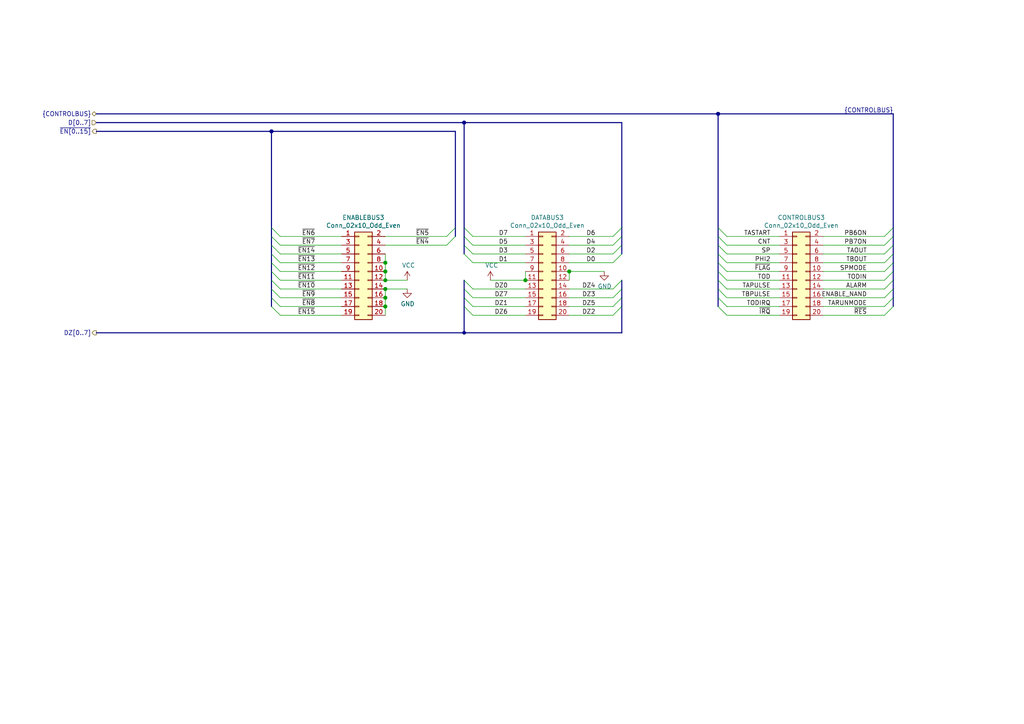
<source format=kicad_sch>
(kicad_sch (version 20211123) (generator eeschema)
  (paper "A4")
  (title_block (title "74HCT6526 Board 3") (date "2022-09-11") (rev "0.1"))
  (lib_symbols
    (symbol "Connector_Generic:Conn_02x10_Odd_Even" (pin_names (offset 1.016) hide)
      (property "Reference" "J" (at 1.27 12.7 0))
      (property "Value" "Conn_02x10_Odd_Even" (at 1.27 -15.24 0))
      (symbol "Conn_02x10_Odd_Even_1_1"
        (rectangle (start -1.27 -12.573) (end 0 -12.827) (stroke (width 0.1524)))
        (rectangle (start -1.27 -10.033) (end 0 -10.287) (stroke (width 0.1524)))
        (rectangle (start -1.27 -7.493) (end 0 -7.747) (stroke (width 0.1524)))
        (rectangle (start -1.27 -4.953) (end 0 -5.207) (stroke (width 0.1524)))
        (rectangle (start -1.27 -2.413) (end 0 -2.667) (stroke (width 0.1524)))
        (rectangle (start -1.27 0.127) (end 0 -0.127) (stroke (width 0.1524)))
        (rectangle (start -1.27 2.667) (end 0 2.413) (stroke (width 0.1524)))
        (rectangle (start -1.27 5.207) (end 0 4.953) (stroke (width 0.1524)))
        (rectangle (start -1.27 7.747) (end 0 7.493) (stroke (width 0.1524)))
        (rectangle (start -1.27 10.287) (end 0 10.033) (stroke (width 0.1524)))
        (rectangle (start -1.27 11.43) (end 3.81 -13.97) (stroke (width 0.254)) (fill (type background)))
        (rectangle (start 3.81 -12.573) (end 2.54 -12.827) (stroke (width 0.1524)))
        (rectangle (start 3.81 -10.033) (end 2.54 -10.287) (stroke (width 0.1524)))
        (rectangle (start 3.81 -7.493) (end 2.54 -7.747) (stroke (width 0.1524)))
        (rectangle (start 3.81 -4.953) (end 2.54 -5.207) (stroke (width 0.1524)))
        (rectangle (start 3.81 -2.413) (end 2.54 -2.667) (stroke (width 0.1524)))
        (rectangle (start 3.81 0.127) (end 2.54 -0.127) (stroke (width 0.1524)))
        (rectangle (start 3.81 2.667) (end 2.54 2.413) (stroke (width 0.1524)))
        (rectangle (start 3.81 5.207) (end 2.54 4.953) (stroke (width 0.1524)))
        (rectangle (start 3.81 7.747) (end 2.54 7.493) (stroke (width 0.1524)))
        (rectangle (start 3.81 10.287) (end 2.54 10.033) (stroke (width 0.1524)))
        (pin passive line (at -5.08 10.16 0) (length 3.81) (name "Pin_1") (number "1"))
        (pin passive line (at 7.62 0 180) (length 3.81) (name "Pin_10") (number "10"))
        (pin passive line (at -5.08 -2.54 0) (length 3.81) (name "Pin_11") (number "11"))
        (pin passive line (at 7.62 -2.54 180) (length 3.81) (name "Pin_12") (number "12"))
        (pin passive line (at -5.08 -5.08 0) (length 3.81) (name "Pin_13") (number "13"))
        (pin passive line (at 7.62 -5.08 180) (length 3.81) (name "Pin_14") (number "14"))
        (pin passive line (at -5.08 -7.62 0) (length 3.81) (name "Pin_15") (number "15"))
        (pin passive line (at 7.62 -7.62 180) (length 3.81) (name "Pin_16") (number "16"))
        (pin passive line (at -5.08 -10.16 0) (length 3.81) (name "Pin_17") (number "17"))
        (pin passive line (at 7.62 -10.16 180) (length 3.81) (name "Pin_18") (number "18"))
        (pin passive line (at -5.08 -12.7 0) (length 3.81) (name "Pin_19") (number "19"))
        (pin passive line (at 7.62 10.16 180) (length 3.81) (name "Pin_2") (number "2"))
        (pin passive line (at 7.62 -12.7 180) (length 3.81) (name "Pin_20") (number "20"))
        (pin passive line (at -5.08 7.62 0) (length 3.81) (name "Pin_3") (number "3"))
        (pin passive line (at 7.62 7.62 180) (length 3.81) (name "Pin_4") (number "4"))
        (pin passive line (at -5.08 5.08 0) (length 3.81) (name "Pin_5") (number "5"))
        (pin passive line (at 7.62 5.08 180) (length 3.81) (name "Pin_6") (number "6"))
        (pin passive line (at -5.08 2.54 0) (length 3.81) (name "Pin_7") (number "7"))
        (pin passive line (at 7.62 2.54 180) (length 3.81) (name "Pin_8") (number "8"))
        (pin passive line (at -5.08 0 0) (length 3.81) (name "Pin_9") (number "9"))
      )
    )
    (symbol "power:GND" (power) (pin_names (offset 0))
      (property "Value" "GND" (at 0 -3.81 0))
      (symbol "GND_0_1"
        (polyline (pts (xy 0 0) (xy 0 -1.27) (xy 1.27 -1.27) (xy 0 -2.54) (xy -1.27 -1.27) (xy 0 -1.27)))
      )
      (symbol "GND_1_1"
        (pin power_in line (at 0 0 270) (length 0) hide (name "GND") (number "1"))
      )
    )
    (symbol "power:VCC" (power) (pin_names (offset 0))
      (property "Value" "VCC" (at 0 3.81 0))
      (symbol "VCC_0_1"
        (polyline (pts (xy -0.762 1.27) (xy 0 2.54)))
        (polyline (pts (xy 0 0) (xy 0 2.54)))
        (polyline (pts (xy 0 2.54) (xy 0.762 1.27)))
      )
      (symbol "VCC_1_1"
        (pin power_in line (at 0 0 90) (length 0) hide (name "VCC") (number "1"))
      )
    )
  )
  (junction (at 111.76 83.82) (diameter 1.016))
  (junction (at 165.1 78.74) (diameter 1.016))
  (junction (at 152.4 81.28) (diameter 1.016))
  (junction (at 111.76 86.36) (diameter 1.016))
  (junction (at 111.76 76.2) (diameter 1.016))
  (junction (at 208.28 33.02) (diameter 1.016))
  (junction (at 111.76 81.28) (diameter 1.016))
  (junction (at 78.74 38.1) (diameter 1.016))
  (junction (at 111.76 78.74) (diameter 1.016))
  (junction (at 111.76 88.9) (diameter 1.016))
  (junction (at 134.62 35.56) (diameter 1.016))
  (junction (at 134.62 96.52))
  (bus_entry (at 78.74 83.82) (size 2.54 2.54) (stroke (width 0.1524)))
  (bus_entry (at 259.08 73.66) (size -2.54 2.54) (stroke (width 0.1524)))
  (bus_entry (at 259.08 86.36) (size -2.54 2.54) (stroke (width 0.1524)))
  (bus_entry (at 134.62 68.58) (size 2.54 2.54) (stroke (width 0.1524)))
  (bus_entry (at 134.62 71.12) (size 2.54 2.54) (stroke (width 0.1524)))
  (bus_entry (at 134.62 88.9) (size 2.54 2.54) (stroke (width 0.1524)))
  (bus_entry (at 180.34 68.58) (size -2.54 2.54) (stroke (width 0.1524)))
  (bus_entry (at 180.34 81.28) (size -2.54 2.54) (stroke (width 0.1524)))
  (bus_entry (at 259.08 68.58) (size -2.54 2.54) (stroke (width 0.1524)))
  (bus_entry (at 78.74 76.2) (size 2.54 2.54) (stroke (width 0.1524)))
  (bus_entry (at 180.34 88.9) (size -2.54 2.54) (stroke (width 0.1524)))
  (bus_entry (at 259.08 83.82) (size -2.54 2.54) (stroke (width 0.1524)))
  (bus_entry (at 208.28 71.12) (size 2.54 2.54) (stroke (width 0.1524)))
  (bus_entry (at 180.34 86.36) (size -2.54 2.54) (stroke (width 0.1524)))
  (bus_entry (at 134.62 86.36) (size 2.54 2.54) (stroke (width 0.1524)))
  (bus_entry (at 208.28 76.2) (size 2.54 2.54) (stroke (width 0.1524)))
  (bus_entry (at 78.74 68.58) (size 2.54 2.54) (stroke (width 0.1524)))
  (bus_entry (at 259.08 71.12) (size -2.54 2.54) (stroke (width 0.1524)))
  (bus_entry (at 78.74 71.12) (size 2.54 2.54) (stroke (width 0.1524)))
  (bus_entry (at 208.28 88.9) (size 2.54 2.54) (stroke (width 0.1524)))
  (bus_entry (at 259.08 88.9) (size -2.54 2.54) (stroke (width 0.1524)))
  (bus_entry (at 78.74 73.66) (size 2.54 2.54) (stroke (width 0.1524)))
  (bus_entry (at 259.08 78.74) (size -2.54 2.54) (stroke (width 0.1524)))
  (bus_entry (at 208.28 66.04) (size 2.54 2.54) (stroke (width 0.1524)))
  (bus_entry (at 180.34 83.82) (size -2.54 2.54) (stroke (width 0.1524)))
  (bus_entry (at 259.08 76.2) (size -2.54 2.54) (stroke (width 0.1524)))
  (bus_entry (at 134.62 81.28) (size 2.54 2.54) (stroke (width 0.1524)))
  (bus_entry (at 208.28 68.58) (size 2.54 2.54) (stroke (width 0.1524)))
  (bus_entry (at 78.74 78.74) (size 2.54 2.54) (stroke (width 0.1524)))
  (bus_entry (at 208.28 73.66) (size 2.54 2.54) (stroke (width 0.1524)))
  (bus_entry (at 259.08 66.04) (size -2.54 2.54) (stroke (width 0.1524)))
  (bus_entry (at 134.62 83.82) (size 2.54 2.54) (stroke (width 0.1524)))
  (bus_entry (at 259.08 81.28) (size -2.54 2.54) (stroke (width 0.1524)))
  (bus_entry (at 134.62 66.04) (size 2.54 2.54) (stroke (width 0.1524)))
  (bus_entry (at 180.34 66.04) (size -2.54 2.54) (stroke (width 0.1524)))
  (bus_entry (at 208.28 81.28) (size 2.54 2.54) (stroke (width 0.1524)))
  (bus_entry (at 78.74 88.9) (size 2.54 2.54) (stroke (width 0.1524)))
  (bus_entry (at 132.08 66.04) (size -2.54 2.54) (stroke (width 0.1524)))
  (bus_entry (at 180.34 73.66) (size -2.54 2.54) (stroke (width 0.1524)))
  (bus_entry (at 78.74 86.36) (size 2.54 2.54) (stroke (width 0.1524)))
  (bus_entry (at 78.74 66.04) (size 2.54 2.54) (stroke (width 0.1524)))
  (bus_entry (at 180.34 71.12) (size -2.54 2.54) (stroke (width 0.1524)))
  (bus_entry (at 132.08 68.58) (size -2.54 2.54) (stroke (width 0.1524)))
  (bus_entry (at 208.28 86.36) (size 2.54 2.54) (stroke (width 0.1524)))
  (bus_entry (at 78.74 81.28) (size 2.54 2.54) (stroke (width 0.1524)))
  (bus_entry (at 208.28 78.74) (size 2.54 2.54) (stroke (width 0.1524)))
  (bus_entry (at 208.28 83.82) (size 2.54 2.54) (stroke (width 0.1524)))
  (bus_entry (at 134.62 73.66) (size 2.54 2.54) (stroke (width 0.1524)))
  (wire (pts (xy 81.28 78.74) (xy 99.06 78.74)))
  (bus (pts (xy 134.62 35.56) (xy 134.62 66.04)))
  (bus (pts (xy 208.28 33.02) (xy 208.28 66.04)))
  (wire (pts (xy 81.28 76.2) (xy 99.06 76.2)))
  (wire (pts (xy 81.28 86.36) (xy 99.06 86.36)))
  (bus (pts (xy 134.62 68.58) (xy 134.62 71.12)))
  (wire (pts (xy 81.28 83.82) (xy 99.06 83.82)))
  (wire (pts (xy 111.76 71.12) (xy 129.54 71.12)))
  (wire (pts (xy 165.1 68.58) (xy 177.8 68.58)))
  (bus (pts (xy 180.34 86.36) (xy 180.34 88.9)))
  (wire (pts (xy 238.76 91.44) (xy 256.54 91.44)))
  (wire (pts (xy 238.76 88.9) (xy 256.54 88.9)))
  (bus (pts (xy 208.28 33.02) (xy 259.08 33.02)))
  (wire (pts (xy 210.82 71.12) (xy 226.06 71.12)))
  (wire (pts (xy 81.28 68.58) (xy 99.06 68.58)))
  (bus (pts (xy 132.08 38.1) (xy 132.08 66.04)))
  (wire (pts (xy 210.82 88.9) (xy 226.06 88.9)))
  (bus (pts (xy 78.74 83.82) (xy 78.74 86.36)))
  (wire (pts (xy 165.1 78.74) (xy 175.26 78.74)))
  (bus (pts (xy 259.08 78.74) (xy 259.08 81.28)))
  (wire (pts (xy 137.16 88.9) (xy 152.4 88.9)))
  (bus (pts (xy 180.34 88.9) (xy 180.34 96.52)))
  (wire (pts (xy 210.82 91.44) (xy 226.06 91.44)))
  (bus (pts (xy 78.74 38.1) (xy 132.08 38.1)))
  (wire (pts (xy 238.76 71.12) (xy 256.54 71.12)))
  (wire (pts (xy 238.76 81.28) (xy 256.54 81.28)))
  (wire (pts (xy 137.16 91.44) (xy 152.4 91.44)))
  (wire (pts (xy 165.1 91.44) (xy 177.8 91.44)))
  (bus (pts (xy 134.62 66.04) (xy 134.62 68.58)))
  (wire (pts (xy 165.1 76.2) (xy 177.8 76.2)))
  (bus (pts (xy 78.74 81.28) (xy 78.74 83.82)))
  (bus (pts (xy 259.08 83.82) (xy 259.08 86.36)))
  (wire (pts (xy 111.76 68.58) (xy 129.54 68.58)))
  (wire (pts (xy 210.82 78.74) (xy 226.06 78.74)))
  (bus (pts (xy 134.62 83.82) (xy 134.62 86.36)))
  (bus (pts (xy 134.62 81.28) (xy 134.62 83.82)))
  (wire (pts (xy 81.28 88.9) (xy 99.06 88.9)))
  (bus (pts (xy 259.08 73.66) (xy 259.08 76.2)))
  (bus (pts (xy 259.08 71.12) (xy 259.08 73.66)))
  (wire (pts (xy 137.16 76.2) (xy 152.4 76.2)))
  (wire (pts (xy 165.1 73.66) (xy 177.8 73.66)))
  (bus (pts (xy 208.28 68.58) (xy 208.28 71.12)))
  (wire (pts (xy 238.76 68.58) (xy 256.54 68.58)))
  (wire (pts (xy 111.76 76.2) (xy 111.76 78.74)))
  (wire (pts (xy 137.16 83.82) (xy 152.4 83.82)))
  (bus (pts (xy 259.08 76.2) (xy 259.08 78.74)))
  (wire (pts (xy 111.76 83.82) (xy 111.76 86.36)))
  (wire (pts (xy 238.76 86.36) (xy 256.54 86.36)))
  (bus (pts (xy 78.74 38.1) (xy 78.74 66.04)))
  (bus (pts (xy 27.94 38.1) (xy 78.74 38.1)))
  (bus (pts (xy 78.74 71.12) (xy 78.74 73.66)))
  (bus (pts (xy 78.74 73.66) (xy 78.74 76.2)))
  (bus (pts (xy 134.62 96.52) (xy 134.62 88.9)))
  (bus (pts (xy 180.34 35.56) (xy 180.34 66.04)))
  (wire (pts (xy 238.76 78.74) (xy 256.54 78.74)))
  (wire (pts (xy 111.76 78.74) (xy 111.76 81.28)))
  (bus (pts (xy 259.08 33.02) (xy 259.08 66.04)))
  (bus (pts (xy 208.28 78.74) (xy 208.28 81.28)))
  (bus (pts (xy 208.28 73.66) (xy 208.28 76.2)))
  (bus (pts (xy 27.94 96.52) (xy 134.62 96.52)))
  (wire (pts (xy 165.1 71.12) (xy 177.8 71.12)))
  (bus (pts (xy 180.34 83.82) (xy 180.34 86.36)))
  (wire (pts (xy 137.16 71.12) (xy 152.4 71.12)))
  (bus (pts (xy 27.94 35.56) (xy 134.62 35.56)))
  (bus (pts (xy 180.34 96.52) (xy 134.62 96.52)))
  (wire (pts (xy 81.28 71.12) (xy 99.06 71.12)))
  (wire (pts (xy 165.1 83.82) (xy 177.8 83.82)))
  (bus (pts (xy 78.74 76.2) (xy 78.74 78.74)))
  (bus (pts (xy 259.08 81.28) (xy 259.08 83.82)))
  (wire (pts (xy 152.4 78.74) (xy 152.4 81.28)))
  (bus (pts (xy 180.34 68.58) (xy 180.34 71.12)))
  (bus (pts (xy 259.08 86.36) (xy 259.08 88.9)))
  (wire (pts (xy 111.76 81.28) (xy 118.11 81.28)))
  (bus (pts (xy 208.28 83.82) (xy 208.28 86.36)))
  (wire (pts (xy 210.82 86.36) (xy 226.06 86.36)))
  (wire (pts (xy 210.82 81.28) (xy 226.06 81.28)))
  (wire (pts (xy 81.28 91.44) (xy 99.06 91.44)))
  (wire (pts (xy 111.76 86.36) (xy 111.76 88.9)))
  (wire (pts (xy 165.1 78.74) (xy 165.1 81.28)))
  (bus (pts (xy 180.34 81.28) (xy 180.34 83.82)))
  (bus (pts (xy 208.28 71.12) (xy 208.28 73.66)))
  (bus (pts (xy 208.28 76.2) (xy 208.28 78.74)))
  (wire (pts (xy 111.76 83.82) (xy 118.11 83.82)))
  (wire (pts (xy 210.82 83.82) (xy 226.06 83.82)))
  (bus (pts (xy 180.34 71.12) (xy 180.34 73.66)))
  (bus (pts (xy 78.74 86.36) (xy 78.74 88.9)))
  (wire (pts (xy 111.76 73.66) (xy 111.76 76.2)))
  (bus (pts (xy 132.08 66.04) (xy 132.08 68.58)))
  (wire (pts (xy 137.16 86.36) (xy 152.4 86.36)))
  (bus (pts (xy 78.74 66.04) (xy 78.74 68.58)))
  (wire (pts (xy 238.76 73.66) (xy 256.54 73.66)))
  (wire (pts (xy 165.1 86.36) (xy 177.8 86.36)))
  (wire (pts (xy 165.1 88.9) (xy 177.8 88.9)))
  (wire (pts (xy 210.82 76.2) (xy 226.06 76.2)))
  (bus (pts (xy 208.28 86.36) (xy 208.28 88.9)))
  (bus (pts (xy 134.62 35.56) (xy 180.34 35.56)))
  (wire (pts (xy 210.82 68.58) (xy 226.06 68.58)))
  (wire (pts (xy 81.28 81.28) (xy 99.06 81.28)))
  (bus (pts (xy 208.28 81.28) (xy 208.28 83.82)))
  (wire (pts (xy 238.76 76.2) (xy 256.54 76.2)))
  (bus (pts (xy 259.08 66.04) (xy 259.08 68.58)))
  (wire (pts (xy 137.16 73.66) (xy 152.4 73.66)))
  (wire (pts (xy 238.76 83.82) (xy 256.54 83.82)))
  (bus (pts (xy 259.08 68.58) (xy 259.08 71.12)))
  (bus (pts (xy 134.62 86.36) (xy 134.62 88.9)))
  (bus (pts (xy 27.94 33.02) (xy 208.28 33.02)))
  (wire (pts (xy 111.76 88.9) (xy 111.76 91.44)))
  (wire (pts (xy 137.16 68.58) (xy 152.4 68.58)))
  (bus (pts (xy 78.74 78.74) (xy 78.74 81.28)))
  (wire (pts (xy 81.28 73.66) (xy 99.06 73.66)))
  (bus (pts (xy 208.28 66.04) (xy 208.28 68.58)))
  (wire (pts (xy 210.82 73.66) (xy 226.06 73.66)))
  (bus (pts (xy 180.34 66.04) (xy 180.34 68.58)))
  (bus (pts (xy 78.74 68.58) (xy 78.74 71.12)))
  (wire (pts (xy 142.24 81.28) (xy 152.4 81.28)))
  (bus (pts (xy 134.62 71.12) (xy 134.62 73.66)))
  (label "~{EN11}" (at 91.44 81.28 180))
  (label "PB6ON" (at 251.46 68.58 180))
  (label "D3" (at 147.32 73.66 180))
  (label "~{EN12}" (at 91.44 78.74 180))
  (label "~{EN15}" (at 91.44 91.44 180))
  (label "{CONTROLBUS}" (at 259.08 33.02 180))
  (label "~{EN8}" (at 91.44 88.9 180))
  (label "~{EN14}" (at 91.44 73.66 180))
  (label "DZ6" (at 147.32 91.44 180))
  (label "TARUNMODE" (at 251.46 88.9 180))
  (label "D4" (at 172.72 71.12 180))
  (label "TASTART" (at 223.52 68.58 180))
  (label "D1" (at 147.32 76.2 180))
  (label "ALARM" (at 251.46 83.82 180))
  (label "PB7ON" (at 251.46 71.12 180))
  (label "D6" (at 172.72 68.58 180))
  (label "ENABLE_NAND" (at 251.46 86.36 180))
  (label "DZ5" (at 172.72 88.9 180))
  (label "TOD" (at 223.52 81.28 180))
  (label "D2" (at 172.72 73.66 180))
  (label "D5" (at 147.32 71.12 180))
  (label "CNT" (at 223.52 71.12 180))
  (label "DZ4" (at 172.72 83.82 180))
  (label "PHI2" (at 223.52 76.2 180))
  (label "TAOUT" (at 251.46 73.66 180))
  (label "~{RES}" (at 251.46 91.44 180))
  (label "~{EN9}" (at 91.44 86.36 180))
  (label "~{EN4}" (at 124.46 71.12 180))
  (label "~{EN7}" (at 91.44 71.12 180))
  (label "TAPULSE" (at 223.52 83.82 180))
  (label "~{EN13}" (at 91.44 76.2 180))
  (label "~{EN10}" (at 91.44 83.82 180))
  (label "TODIN" (at 251.46 81.28 180))
  (label "TBOUT" (at 251.46 76.2 180))
  (label "D7" (at 147.32 68.58 180))
  (label "D0" (at 172.72 76.2 180))
  (label "DZ0" (at 147.32 83.82 180))
  (label "SP" (at 223.52 73.66 180))
  (label "DZ2" (at 172.72 91.44 180))
  (label "~{FLAG}" (at 223.52 78.74 180))
  (label "DZ3" (at 172.72 86.36 180))
  (label "~{EN6}" (at 91.44 68.58 180))
  (label "TODIRQ" (at 223.52 88.9 180))
  (label "SPMODE" (at 251.46 78.74 180))
  (label "TBPULSE" (at 223.52 86.36 180))
  (label "~{EN5}" (at 124.46 68.58 180))
  (label "~{IRQ}" (at 223.52 91.44 180))
  (label "DZ7" (at 147.32 86.36 180))
  (label "DZ1" (at 147.32 88.9 180))
  (hierarchical_label "D[0..7]" (shape input) (at 27.94 35.56 180))
  (hierarchical_label "DZ[0..7]" (shape output) (at 27.94 96.52 180))
  (hierarchical_label "{CONTROLBUS}" (shape bidirectional) (at 27.94 33.02 180))
  (hierarchical_label "~{EN[0..15]}" (shape output) (at 27.94 38.1 180))
  (symbol (lib_id "power:VCC") (at 118.11 81.28 0) (unit 1)
    (property "Reference" "#PWR05" (effects hide))
    (property "Value" "VCC" (at 118.4783 76.9556 0))
  )
  (symbol (lib_id "Connector_Generic:Conn_02x10_Odd_Even") (at 104.14 78.74 0) (unit 1)
    (property "Reference" "ENABLEBUS3" (at 105.41 63.1 0))
    (property "Value" "Conn_02x10_Odd_Even" (at 105.41 65.3985 0))
    (property "Footprint" "Connector_PinHeader_2.54mm:PinHeader_2x10_P2.54mm_Vertical" (effects hide))
  )
  (symbol (lib_id "power:VCC") (at 142.24 81.28 0) (unit 1)
    (property "Reference" "#PWR07" (effects hide))
    (property "Value" "VCC" (at 142.6083 76.9556 0))
  )
  (symbol (lib_id "Connector_Generic:Conn_02x10_Odd_Even") (at 231.14 78.74 0) (unit 1)
    (property "Reference" "CONTROLBUS3" (at 232.41 63.1 0))
    (property "Value" "Conn_02x10_Odd_Even" (at 232.41 65.3985 0))
    (property "Footprint" "Connector_PinHeader_2.54mm:PinHeader_2x10_P2.54mm_Vertical" (effects hide))
  )
  (symbol (lib_id "Connector_Generic:Conn_02x10_Odd_Even") (at 157.48 78.74 0) (unit 1)
    (property "Reference" "DATABUS3" (at 158.75 63.1 0))
    (property "Value" "Conn_02x10_Odd_Even" (at 158.75 65.3985 0))
    (property "Footprint" "Connector_PinHeader_2.54mm:PinHeader_2x10_P2.54mm_Vertical" (effects hide))
  )
  (symbol (lib_id "power:GND") (at 118.11 83.82 0) (unit 1)
    (property "Reference" "#PWR06" (effects hide))
    (property "Value" "GND" (at 118.2243 88.1444 0))
  )
  (symbol (lib_id "power:GND") (at 175.26 78.74 0) (unit 1)
    (property "Reference" "#PWR08" (effects hide))
    (property "Value" "GND" (at 175.3743 83.0644 0))
  )
)
</source>
